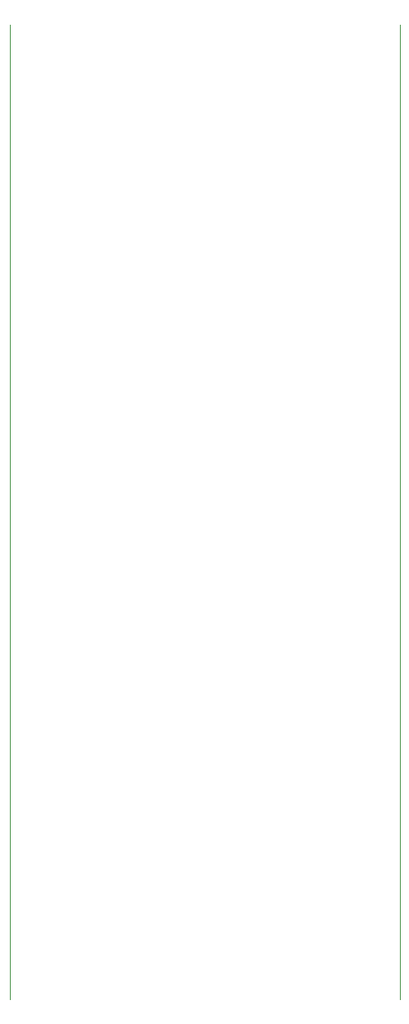
<source format=gbr>
G04 #@! TF.GenerationSoftware,KiCad,Pcbnew,(5.1.5)-3*
G04 #@! TF.CreationDate,2020-08-09T20:32:30-07:00*
G04 #@! TF.ProjectId,AND,414e442e-6b69-4636-9164-5f7063625858,rev?*
G04 #@! TF.SameCoordinates,Original*
G04 #@! TF.FileFunction,OtherDrawing,Comment*
%FSLAX46Y46*%
G04 Gerber Fmt 4.6, Leading zero omitted, Abs format (unit mm)*
G04 Created by KiCad (PCBNEW (5.1.5)-3) date 2020-08-09 20:32:30*
%MOMM*%
%LPD*%
G04 APERTURE LIST*
%ADD10C,0.050000*%
G04 APERTURE END LIST*
D10*
X30000000Y0D02*
X30000000Y-100000000D01*
X70000000Y0D02*
X70000000Y-100000000D01*
M02*

</source>
